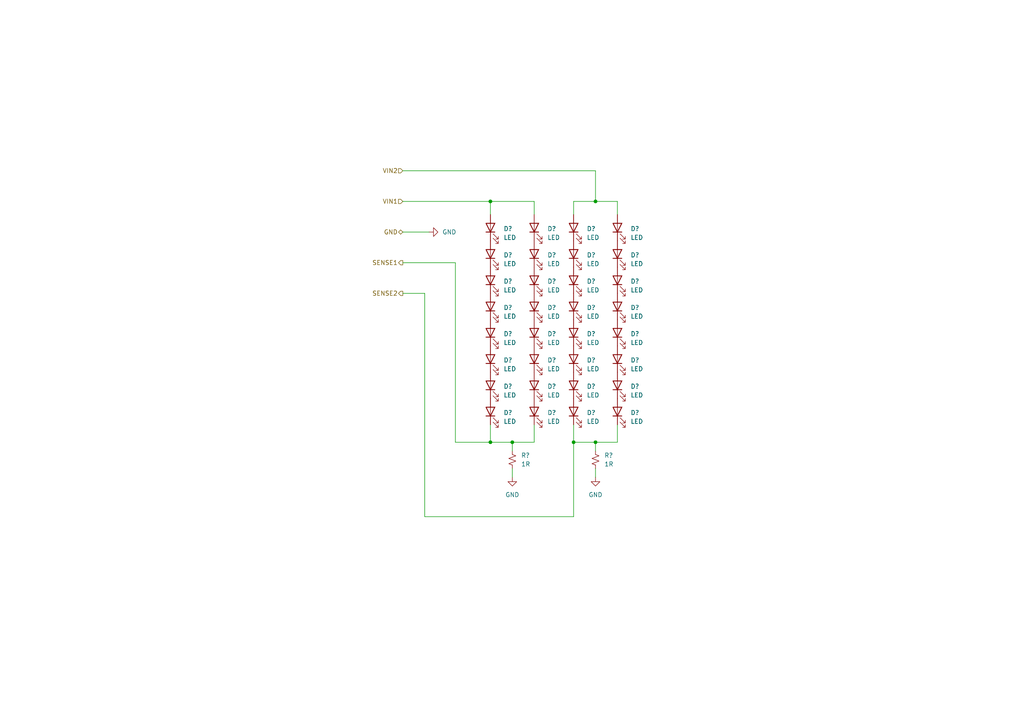
<source format=kicad_sch>
(kicad_sch (version 20211123) (generator eeschema)
  (paper "A4")
  (lib_symbols
    (symbol "Device:LED" (pin_numbers hide) (pin_names (offset 1.016) hide)
      (property "Reference" "D" (at 0 2.54 0))
      (property "Value" "LED" (at 0 -2.54 0))
      (symbol "LED_0_1"
        (polyline (pts (xy -1.27 -1.27) (xy -1.27 1.27)) (stroke (width 0.254)))
        (polyline (pts (xy -1.27 0) (xy 1.27 0)))
        (polyline (pts (xy 1.27 -1.27) (xy 1.27 1.27) (xy -1.27 0) (xy 1.27 -1.27)) (stroke (width 0.254)))
        (polyline (pts (xy -3.048 -0.762) (xy -4.572 -2.286) (xy -3.81 -2.286) (xy -4.572 -2.286) (xy -4.572 -1.524)))
        (polyline (pts (xy -1.778 -0.762) (xy -3.302 -2.286) (xy -2.54 -2.286) (xy -3.302 -2.286) (xy -3.302 -1.524)))
      )
      (symbol "LED_1_1"
        (pin passive line (at -3.81 0 0) (length 2.54) (name "K") (number "1"))
        (pin passive line (at 3.81 0 180) (length 2.54) (name "A") (number "2"))
      )
    )
    (symbol "Device:R_Small_US" (pin_numbers hide) (pin_names (offset 0.254) hide)
      (property "Reference" "R" (at 0.762 0.508 0))
      (property "Value" "R_Small_US" (at 0.762 -1.016 0))
      (symbol "R_Small_US_1_1"
        (polyline (pts (xy 0 0) (xy 1.016 -0.381) (xy 0 -0.762) (xy -1.016 -1.143) (xy 0 -1.524)))
        (polyline (pts (xy 0 1.524) (xy 1.016 1.143) (xy 0 0.762) (xy -1.016 0.381) (xy 0 0)))
        (pin passive line (at 0 2.54 270) (length 1.016) (name "~") (number "1"))
        (pin passive line (at 0 -2.54 90) (length 1.016) (name "~") (number "2"))
      )
    )
    (symbol "power:GND" (power) (pin_names (offset 0))
      (property "Value" "GND" (at 0 -3.81 0))
      (symbol "GND_0_1"
        (polyline (pts (xy 0 0) (xy 0 -1.27) (xy 1.27 -1.27) (xy 0 -2.54) (xy -1.27 -1.27) (xy 0 -1.27)))
      )
      (symbol "GND_1_1"
        (pin power_in line (at 0 0 270) (length 0) hide (name "GND") (number "1"))
      )
    )
  )
  (junction (at 172.72 58.42))
  (junction (at 148.59 128.27))
  (junction (at 142.24 58.42))
  (junction (at 166.37 128.27))
  (junction (at 172.72 128.27))
  (junction (at 142.24 128.27))
  (wire (pts (xy 116.84 67.31) (xy 124.46 67.31)))
  (wire (pts (xy 166.37 149.86) (xy 166.37 128.27)))
  (wire (pts (xy 148.59 135.89) (xy 148.59 138.43)))
  (wire (pts (xy 116.84 85.09) (xy 123.19 85.09)))
  (wire (pts (xy 179.07 123.19) (xy 179.07 128.27)))
  (wire (pts (xy 172.72 128.27) (xy 166.37 128.27)))
  (wire (pts (xy 172.72 49.53) (xy 172.72 58.42)))
  (wire (pts (xy 116.84 58.42) (xy 142.24 58.42)))
  (wire (pts (xy 154.94 62.23) (xy 154.94 58.42)))
  (wire (pts (xy 154.94 58.42) (xy 142.24 58.42)))
  (wire (pts (xy 172.72 135.89) (xy 172.72 138.43)))
  (wire (pts (xy 172.72 130.81) (xy 172.72 128.27)))
  (wire (pts (xy 123.19 85.09) (xy 123.19 149.86)))
  (wire (pts (xy 172.72 58.42) (xy 166.37 58.42)))
  (wire (pts (xy 179.07 58.42) (xy 172.72 58.42)))
  (wire (pts (xy 166.37 123.19) (xy 166.37 128.27)))
  (wire (pts (xy 166.37 58.42) (xy 166.37 62.23)))
  (wire (pts (xy 132.08 128.27) (xy 142.24 128.27)))
  (wire (pts (xy 123.19 149.86) (xy 166.37 149.86)))
  (wire (pts (xy 172.72 128.27) (xy 179.07 128.27)))
  (wire (pts (xy 154.94 123.19) (xy 154.94 128.27)))
  (wire (pts (xy 142.24 58.42) (xy 142.24 62.23)))
  (wire (pts (xy 116.84 76.2) (xy 132.08 76.2)))
  (wire (pts (xy 148.59 130.81) (xy 148.59 128.27)))
  (wire (pts (xy 116.84 49.53) (xy 172.72 49.53)))
  (wire (pts (xy 142.24 123.19) (xy 142.24 128.27)))
  (wire (pts (xy 132.08 76.2) (xy 132.08 128.27)))
  (wire (pts (xy 148.59 128.27) (xy 154.94 128.27)))
  (wire (pts (xy 148.59 128.27) (xy 142.24 128.27)))
  (wire (pts (xy 179.07 62.23) (xy 179.07 58.42)))
  (hierarchical_label "SENSE1" (shape output) (at 116.84 76.2 180))
  (hierarchical_label "SENSE2" (shape output) (at 116.84 85.09 180))
  (hierarchical_label "VIN2" (shape input) (at 116.84 49.53 180))
  (hierarchical_label "GND" (shape bidirectional) (at 116.84 67.31 180))
  (hierarchical_label "VIN1" (shape input) (at 116.84 58.42 180))
  (symbol (lib_id "Device:LED") (at 166.37 104.14 90) (unit 1)
    (property "Reference" "D?" (at 170.18 104.4574 90) (effects (justify right)))
    (property "Value" "LED" (at 170.18 106.9974 90) (effects (justify right)))
  )
  (symbol (lib_id "Device:LED") (at 154.94 73.66 90) (unit 1)
    (property "Reference" "D?" (at 158.75 73.9774 90) (effects (justify right)))
    (property "Value" "LED" (at 158.75 76.5174 90) (effects (justify right)))
  )
  (symbol (lib_id "Device:LED") (at 179.07 73.66 90) (unit 1)
    (property "Reference" "D?" (at 182.88 73.9774 90) (effects (justify right)))
    (property "Value" "LED" (at 182.88 76.5174 90) (effects (justify right)))
  )
  (symbol (lib_id "Device:LED") (at 166.37 81.28 90) (unit 1)
    (property "Reference" "D?" (at 170.18 81.5974 90) (effects (justify right)))
    (property "Value" "LED" (at 170.18 84.1374 90) (effects (justify right)))
  )
  (symbol (lib_id "Device:LED") (at 142.24 66.04 90) (unit 1)
    (property "Reference" "D?" (at 146.05 66.3574 90) (effects (justify right)))
    (property "Value" "LED" (at 146.05 68.8974 90) (effects (justify right)))
  )
  (symbol (lib_id "Device:LED") (at 166.37 111.76 90) (unit 1)
    (property "Reference" "D?" (at 170.18 112.0774 90) (effects (justify right)))
    (property "Value" "LED" (at 170.18 114.6174 90) (effects (justify right)))
  )
  (symbol (lib_id "Device:LED") (at 179.07 81.28 90) (unit 1)
    (property "Reference" "D?" (at 182.88 81.5974 90) (effects (justify right)))
    (property "Value" "LED" (at 182.88 84.1374 90) (effects (justify right)))
  )
  (symbol (lib_id "Device:LED") (at 179.07 111.76 90) (unit 1)
    (property "Reference" "D?" (at 182.88 112.0774 90) (effects (justify right)))
    (property "Value" "LED" (at 182.88 114.6174 90) (effects (justify right)))
  )
  (symbol (lib_id "Device:LED") (at 142.24 81.28 90) (unit 1)
    (property "Reference" "D?" (at 146.05 81.5974 90) (effects (justify right)))
    (property "Value" "LED" (at 146.05 84.1374 90) (effects (justify right)))
  )
  (symbol (lib_id "Device:LED") (at 142.24 88.9 90) (unit 1)
    (property "Reference" "D?" (at 146.05 89.2174 90) (effects (justify right)))
    (property "Value" "LED" (at 146.05 91.7574 90) (effects (justify right)))
  )
  (symbol (lib_id "Device:LED") (at 166.37 66.04 90) (unit 1)
    (property "Reference" "D?" (at 170.18 66.3574 90) (effects (justify right)))
    (property "Value" "LED" (at 170.18 68.8974 90) (effects (justify right)))
  )
  (symbol (lib_id "Device:LED") (at 179.07 96.52 90) (unit 1)
    (property "Reference" "D?" (at 182.88 96.8374 90) (effects (justify right)))
    (property "Value" "LED" (at 182.88 99.3774 90) (effects (justify right)))
  )
  (symbol (lib_id "Device:LED") (at 166.37 88.9 90) (unit 1)
    (property "Reference" "D?" (at 170.18 89.2174 90) (effects (justify right)))
    (property "Value" "LED" (at 170.18 91.7574 90) (effects (justify right)))
  )
  (symbol (lib_id "Device:LED") (at 179.07 104.14 90) (unit 1)
    (property "Reference" "D?" (at 182.88 104.4574 90) (effects (justify right)))
    (property "Value" "LED" (at 182.88 106.9974 90) (effects (justify right)))
  )
  (symbol (lib_id "Device:R_Small_US") (at 148.59 133.35 0) (unit 1)
    (property "Reference" "R?" (at 151.13 132.0799 0) (effects (justify left)))
    (property "Value" "1R" (at 151.13 134.6199 0) (effects (justify left)))
    (property "Footprint" "Resistor_SMD:R_1206_3216Metric" (effects hide))
  )
  (symbol (lib_id "Device:LED") (at 154.94 96.52 90) (unit 1)
    (property "Reference" "D?" (at 158.75 96.8374 90) (effects (justify right)))
    (property "Value" "LED" (at 158.75 99.3774 90) (effects (justify right)))
  )
  (symbol (lib_id "Device:LED") (at 166.37 73.66 90) (unit 1)
    (property "Reference" "D?" (at 170.18 73.9774 90) (effects (justify right)))
    (property "Value" "LED" (at 170.18 76.5174 90) (effects (justify right)))
  )
  (symbol (lib_id "power:GND") (at 124.46 67.31 90) (unit 1)
    (property "Reference" "#PWR?" (effects hide))
    (property "Value" "GND" (at 128.27 67.3099 90) (effects (justify right)))
  )
  (symbol (lib_id "Device:LED") (at 142.24 104.14 90) (unit 1)
    (property "Reference" "D?" (at 146.05 104.4574 90) (effects (justify right)))
    (property "Value" "LED" (at 146.05 106.9974 90) (effects (justify right)))
  )
  (symbol (lib_id "Device:LED") (at 142.24 73.66 90) (unit 1)
    (property "Reference" "D?" (at 146.05 73.9774 90) (effects (justify right)))
    (property "Value" "LED" (at 146.05 76.5174 90) (effects (justify right)))
  )
  (symbol (lib_id "power:GND") (at 148.59 138.43 0) (unit 1)
    (property "Reference" "#PWR?" (effects hide))
    (property "Value" "GND" (at 148.59 143.51 0))
  )
  (symbol (lib_id "Device:LED") (at 154.94 104.14 90) (unit 1)
    (property "Reference" "D?" (at 158.75 104.4574 90) (effects (justify right)))
    (property "Value" "LED" (at 158.75 106.9974 90) (effects (justify right)))
  )
  (symbol (lib_id "Device:LED") (at 142.24 119.38 90) (unit 1)
    (property "Reference" "D?" (at 146.05 119.6974 90) (effects (justify right)))
    (property "Value" "LED" (at 146.05 122.2374 90) (effects (justify right)))
  )
  (symbol (lib_id "Device:LED") (at 154.94 66.04 90) (unit 1)
    (property "Reference" "D?" (at 158.75 66.3574 90) (effects (justify right)))
    (property "Value" "LED" (at 158.75 68.8974 90) (effects (justify right)))
  )
  (symbol (lib_id "Device:R_Small_US") (at 172.72 133.35 0) (unit 1)
    (property "Reference" "R?" (at 175.26 132.0799 0) (effects (justify left)))
    (property "Value" "1R" (at 175.26 134.6199 0) (effects (justify left)))
    (property "Footprint" "Resistor_SMD:R_1206_3216Metric" (effects hide))
  )
  (symbol (lib_id "Device:LED") (at 142.24 111.76 90) (unit 1)
    (property "Reference" "D?" (at 146.05 112.0774 90) (effects (justify right)))
    (property "Value" "LED" (at 146.05 114.6174 90) (effects (justify right)))
  )
  (symbol (lib_id "Device:LED") (at 179.07 88.9 90) (unit 1)
    (property "Reference" "D?" (at 182.88 89.2174 90) (effects (justify right)))
    (property "Value" "LED" (at 182.88 91.7574 90) (effects (justify right)))
  )
  (symbol (lib_id "Device:LED") (at 154.94 111.76 90) (unit 1)
    (property "Reference" "D?" (at 158.75 112.0774 90) (effects (justify right)))
    (property "Value" "LED" (at 158.75 114.6174 90) (effects (justify right)))
  )
  (symbol (lib_id "Device:LED") (at 179.07 119.38 90) (unit 1)
    (property "Reference" "D?" (at 182.88 119.6974 90) (effects (justify right)))
    (property "Value" "LED" (at 182.88 122.2374 90) (effects (justify right)))
  )
  (symbol (lib_id "Device:LED") (at 166.37 119.38 90) (unit 1)
    (property "Reference" "D?" (at 170.18 119.6974 90) (effects (justify right)))
    (property "Value" "LED" (at 170.18 122.2374 90) (effects (justify right)))
  )
  (symbol (lib_id "Device:LED") (at 154.94 88.9 90) (unit 1)
    (property "Reference" "D?" (at 158.75 89.2174 90) (effects (justify right)))
    (property "Value" "LED" (at 158.75 91.7574 90) (effects (justify right)))
  )
  (symbol (lib_id "Device:LED") (at 154.94 81.28 90) (unit 1)
    (property "Reference" "D?" (at 158.75 81.5974 90) (effects (justify right)))
    (property "Value" "LED" (at 158.75 84.1374 90) (effects (justify right)))
  )
  (symbol (lib_id "power:GND") (at 172.72 138.43 0) (unit 1)
    (property "Reference" "#PWR?" (effects hide))
    (property "Value" "GND" (at 172.72 143.51 0))
  )
  (symbol (lib_id "Device:LED") (at 154.94 119.38 90) (unit 1)
    (property "Reference" "D?" (at 158.75 119.6974 90) (effects (justify right)))
    (property "Value" "LED" (at 158.75 122.2374 90) (effects (justify right)))
  )
  (symbol (lib_id "Device:LED") (at 166.37 96.52 90) (unit 1)
    (property "Reference" "D?" (at 170.18 96.8374 90) (effects (justify right)))
    (property "Value" "LED" (at 170.18 99.3774 90) (effects (justify right)))
  )
  (symbol (lib_id "Device:LED") (at 142.24 96.52 90) (unit 1)
    (property "Reference" "D?" (at 146.05 96.8374 90) (effects (justify right)))
    (property "Value" "LED" (at 146.05 99.3774 90) (effects (justify right)))
  )
  (symbol (lib_id "Device:LED") (at 179.07 66.04 90) (unit 1)
    (property "Reference" "D?" (at 182.88 66.3574 90) (effects (justify right)))
    (property "Value" "LED" (at 182.88 68.8974 90) (effects (justify right)))
  )
)
</source>
